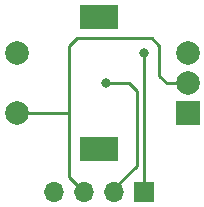
<source format=gtl>
G04 #@! TF.GenerationSoftware,KiCad,Pcbnew,(5.1.8)-1*
G04 #@! TF.CreationDate,2022-02-17T23:19:14+01:00*
G04 #@! TF.ProjectId,Vertical Rotary Encoder,56657274-6963-4616-9c20-526f74617279,rev?*
G04 #@! TF.SameCoordinates,Original*
G04 #@! TF.FileFunction,Copper,L1,Top*
G04 #@! TF.FilePolarity,Positive*
%FSLAX46Y46*%
G04 Gerber Fmt 4.6, Leading zero omitted, Abs format (unit mm)*
G04 Created by KiCad (PCBNEW (5.1.8)-1) date 2022-02-17 23:19:14*
%MOMM*%
%LPD*%
G01*
G04 APERTURE LIST*
G04 #@! TA.AperFunction,ComponentPad*
%ADD10C,2.000000*%
G04 #@! TD*
G04 #@! TA.AperFunction,ComponentPad*
%ADD11R,3.200000X2.000000*%
G04 #@! TD*
G04 #@! TA.AperFunction,ComponentPad*
%ADD12R,2.000000X2.000000*%
G04 #@! TD*
G04 #@! TA.AperFunction,ComponentPad*
%ADD13R,1.700000X1.700000*%
G04 #@! TD*
G04 #@! TA.AperFunction,ComponentPad*
%ADD14O,1.700000X1.700000*%
G04 #@! TD*
G04 #@! TA.AperFunction,ViaPad*
%ADD15C,0.800000*%
G04 #@! TD*
G04 #@! TA.AperFunction,Conductor*
%ADD16C,0.250000*%
G04 #@! TD*
G04 APERTURE END LIST*
D10*
X134090000Y-119079000D03*
X134090000Y-124079000D03*
D11*
X141090000Y-115979000D03*
X141090000Y-127179000D03*
D10*
X148590000Y-119079000D03*
X148590000Y-121579000D03*
D12*
X148590000Y-124079000D03*
D13*
X144900000Y-130810000D03*
D14*
X142360000Y-130810000D03*
X139820000Y-130810000D03*
X137280000Y-130810000D03*
D15*
X144900000Y-119039000D03*
X141665000Y-121579000D03*
D16*
X139820000Y-130810000D02*
X138550000Y-129540000D01*
X138550000Y-129540000D02*
X138550000Y-124119000D01*
X134130000Y-124119000D02*
X134090000Y-124079000D01*
X138550000Y-124119000D02*
X134130000Y-124119000D01*
X146170000Y-120944000D02*
X146805000Y-121579000D01*
X146170000Y-118404000D02*
X146170000Y-120944000D01*
X139185000Y-117769000D02*
X145535000Y-117769000D01*
X146805000Y-121579000D02*
X148590000Y-121579000D01*
X138550000Y-118404000D02*
X139185000Y-117769000D01*
X145535000Y-117769000D02*
X146170000Y-118404000D01*
X138550000Y-124119000D02*
X138550000Y-118404000D01*
X144900000Y-119039000D02*
X144900000Y-130810000D01*
X142360000Y-130469000D02*
X142360000Y-130810000D01*
X144265000Y-128564000D02*
X142360000Y-130469000D01*
X144265000Y-122214000D02*
X144265000Y-128564000D01*
X143630000Y-121579000D02*
X144265000Y-122214000D01*
X141665000Y-121579000D02*
X143630000Y-121579000D01*
M02*

</source>
